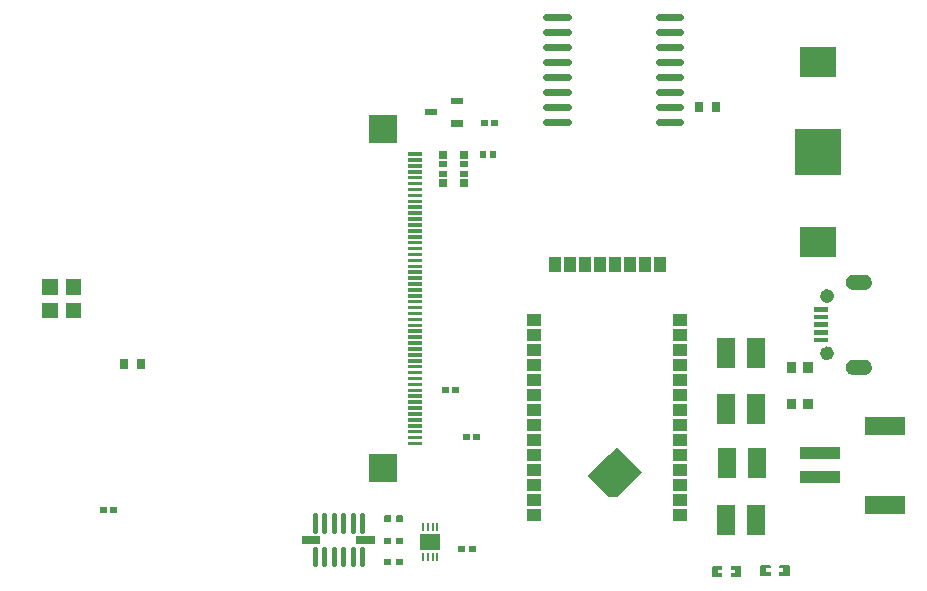
<source format=gtp>
G04 Layer: TopPasteMaskLayer*
G04 EasyEDA v6.4.25, 2021-09-15T07:48:06+01:00*
G04 1eb5522c02d34d8f89c77509865788c0,48bc864c7916494db8d10f71d93e82f1,10*
G04 Gerber Generator version 0.2*
G04 Scale: 100 percent, Rotated: No, Reflected: No *
G04 Dimensions in millimeters *
G04 leading zeros omitted , absolute positions ,4 integer and 5 decimal *
%FSLAX45Y45*%
%MOMM*%

%ADD12C,0.4480*%
%ADD13C,0.5740*%
%ADD16R,3.1699X2.5400*%
%ADD17R,3.9601X3.9601*%
%ADD19R,0.1999X0.7501*%
%ADD28R,3.4999X1.0000*%
%ADD29R,3.4000X1.4999*%
%ADD33R,0.8000X0.9000*%
%ADD35R,0.8000X0.6500*%
%ADD36R,0.8000X0.5000*%
%ADD54C,0.6000*%

%LPD*%
G36*
X2987040Y-4722418D02*
G01*
X2982010Y-4727448D01*
X2982010Y-4772456D01*
X2987040Y-4777435D01*
X3035046Y-4777435D01*
X3042056Y-4772456D01*
X3042056Y-4727448D01*
X3035046Y-4722418D01*
G37*
G36*
X3085033Y-4722418D02*
G01*
X3078022Y-4727448D01*
X3078022Y-4772456D01*
X3085033Y-4777435D01*
X3133039Y-4777435D01*
X3138017Y-4772456D01*
X3138017Y-4727448D01*
X3133039Y-4722418D01*
G37*
G36*
X3607054Y-4612436D02*
G01*
X3602075Y-4617466D01*
X3602075Y-4662474D01*
X3607054Y-4667453D01*
X3655060Y-4667453D01*
X3662070Y-4662474D01*
X3662070Y-4617466D01*
X3655060Y-4612436D01*
G37*
G36*
X3705047Y-4612436D02*
G01*
X3698036Y-4617466D01*
X3698036Y-4662474D01*
X3705047Y-4667453D01*
X3753053Y-4667453D01*
X3758031Y-4662474D01*
X3758031Y-4617466D01*
X3753053Y-4612436D01*
G37*
G36*
X2986989Y-4542485D02*
G01*
X2982010Y-4547514D01*
X2982010Y-4592523D01*
X2986989Y-4597501D01*
X3034995Y-4597501D01*
X3042005Y-4592523D01*
X3042005Y-4547514D01*
X3034995Y-4542485D01*
G37*
G36*
X3084982Y-4542485D02*
G01*
X3078022Y-4547514D01*
X3078022Y-4592523D01*
X3084982Y-4597501D01*
X3132988Y-4597501D01*
X3138017Y-4592523D01*
X3138017Y-4547514D01*
X3132988Y-4542485D01*
G37*
G36*
X3085033Y-4352594D02*
G01*
X3078022Y-4357624D01*
X3078022Y-4402632D01*
X3085033Y-4407611D01*
X3133039Y-4407611D01*
X3138068Y-4402632D01*
X3138068Y-4357624D01*
X3133039Y-4352594D01*
G37*
G36*
X2987040Y-4352594D02*
G01*
X2982061Y-4357624D01*
X2982061Y-4402632D01*
X2987040Y-4407611D01*
X3035046Y-4407611D01*
X3042056Y-4402632D01*
X3042056Y-4357624D01*
X3035046Y-4352594D01*
G37*
G36*
X667512Y-4282998D02*
G01*
X663498Y-4287012D01*
X663498Y-4332986D01*
X667512Y-4336999D01*
X717550Y-4336999D01*
X721563Y-4332986D01*
X721563Y-4287012D01*
X717550Y-4282998D01*
G37*
G36*
X582422Y-4282998D02*
G01*
X578459Y-4287012D01*
X578459Y-4332986D01*
X582422Y-4336999D01*
X632510Y-4336999D01*
X636524Y-4332986D01*
X636524Y-4287012D01*
X632510Y-4282998D01*
G37*
G36*
X6954977Y-3034893D02*
G01*
X6947712Y-3035300D01*
X6940550Y-3036519D01*
X6933539Y-3038551D01*
X6926783Y-3041294D01*
X6920433Y-3044850D01*
X6914489Y-3049066D01*
X6909053Y-3053892D01*
X6904177Y-3059328D01*
X6899960Y-3065272D01*
X6898081Y-3068421D01*
X6894931Y-3075025D01*
X6892544Y-3081883D01*
X6890918Y-3088995D01*
X6890105Y-3096260D01*
X6890105Y-3103524D01*
X6890918Y-3110788D01*
X6892544Y-3117850D01*
X6894931Y-3124758D01*
X6898081Y-3131312D01*
X6901992Y-3137509D01*
X6906514Y-3143199D01*
X6911695Y-3148330D01*
X6917385Y-3152902D01*
X6923531Y-3156762D01*
X6930136Y-3159912D01*
X6936994Y-3162350D01*
X6944106Y-3163976D01*
X6951370Y-3164789D01*
X7044994Y-3164890D01*
X7052259Y-3164484D01*
X7059472Y-3163265D01*
X7066483Y-3161233D01*
X7073188Y-3158439D01*
X7079589Y-3154934D01*
X7085533Y-3150717D01*
X7090968Y-3145840D01*
X7095794Y-3140405D01*
X7098030Y-3137509D01*
X7101890Y-3131312D01*
X7105040Y-3124758D01*
X7106361Y-3121355D01*
X7108342Y-3114344D01*
X7109561Y-3107182D01*
X7109968Y-3099866D01*
X7109561Y-3092602D01*
X7108342Y-3085439D01*
X7106361Y-3078429D01*
X7103567Y-3071672D01*
X7100011Y-3065272D01*
X7095794Y-3059328D01*
X7090968Y-3053892D01*
X7085533Y-3049066D01*
X7079589Y-3044850D01*
X7073188Y-3041294D01*
X7066483Y-3038551D01*
X7059472Y-3036519D01*
X7052259Y-3035300D01*
X7044994Y-3034893D01*
G37*
G36*
X6954977Y-2314905D02*
G01*
X6947712Y-2315311D01*
X6940550Y-2316530D01*
X6933539Y-2318512D01*
X6926783Y-2321306D01*
X6920433Y-2324862D01*
X6914489Y-2329078D01*
X6909053Y-2333904D01*
X6904177Y-2339340D01*
X6899960Y-2345283D01*
X6898081Y-2348433D01*
X6894931Y-2354986D01*
X6892544Y-2361895D01*
X6890918Y-2369007D01*
X6890105Y-2376220D01*
X6890105Y-2383536D01*
X6890918Y-2390749D01*
X6892544Y-2397861D01*
X6894931Y-2404770D01*
X6898081Y-2411323D01*
X6901992Y-2417521D01*
X6906514Y-2423210D01*
X6911695Y-2428341D01*
X6917385Y-2432913D01*
X6923531Y-2436774D01*
X6930136Y-2439924D01*
X6936994Y-2442362D01*
X6944106Y-2443988D01*
X6951370Y-2444800D01*
X7044994Y-2444902D01*
X7052259Y-2444496D01*
X7059472Y-2443276D01*
X7066483Y-2441244D01*
X7073188Y-2438450D01*
X7079589Y-2434945D01*
X7085533Y-2430729D01*
X7090968Y-2425852D01*
X7095794Y-2420416D01*
X7098030Y-2417521D01*
X7101890Y-2411323D01*
X7105040Y-2404770D01*
X7106361Y-2401366D01*
X7108342Y-2394356D01*
X7109561Y-2387142D01*
X7109968Y-2379878D01*
X7109561Y-2372614D01*
X7108342Y-2365400D01*
X7106361Y-2358440D01*
X7103567Y-2351684D01*
X7100011Y-2345283D01*
X7095794Y-2339340D01*
X7090968Y-2333904D01*
X7085533Y-2329078D01*
X7079589Y-2324862D01*
X7073188Y-2321306D01*
X7066483Y-2318512D01*
X7059472Y-2316530D01*
X7052259Y-2315311D01*
X7044994Y-2314905D01*
G37*
G36*
X6617512Y-2849880D02*
G01*
X6617512Y-2889910D01*
X6742480Y-2889910D01*
X6742480Y-2849880D01*
G37*
G36*
X6617512Y-2784856D02*
G01*
X6617512Y-2824886D01*
X6742480Y-2824886D01*
X6742480Y-2784856D01*
G37*
G36*
X6617512Y-2719882D02*
G01*
X6617512Y-2759862D01*
X6742480Y-2759862D01*
X6742480Y-2719882D01*
G37*
G36*
X6617512Y-2654858D02*
G01*
X6617512Y-2694889D01*
X6742480Y-2694889D01*
X6742480Y-2654858D01*
G37*
G36*
X6617512Y-2589885D02*
G01*
X6617512Y-2629865D01*
X6742480Y-2629865D01*
X6742480Y-2589885D01*
G37*
G36*
X5919520Y-4785004D02*
G01*
X5914491Y-4789982D01*
X5914491Y-4812792D01*
X5951524Y-4812792D01*
X5951524Y-4845812D01*
X5914491Y-4845812D01*
X5914491Y-4869992D01*
X5919520Y-4875022D01*
X5999530Y-4875022D01*
X6004509Y-4869992D01*
X6004509Y-4789982D01*
X5999530Y-4785004D01*
G37*
G36*
X5760516Y-4785004D02*
G01*
X5755487Y-4789982D01*
X5755487Y-4869992D01*
X5760516Y-4875022D01*
X5839510Y-4875022D01*
X5844489Y-4869992D01*
X5844489Y-4845812D01*
X5806490Y-4845812D01*
X5806490Y-4812792D01*
X5844489Y-4812792D01*
X5844489Y-4789982D01*
X5839510Y-4785004D01*
G37*
G36*
X6329527Y-4774996D02*
G01*
X6324498Y-4780026D01*
X6324498Y-4802784D01*
X6361480Y-4802784D01*
X6361480Y-4835804D01*
X6324498Y-4835804D01*
X6324498Y-4859985D01*
X6329527Y-4865014D01*
X6409486Y-4865014D01*
X6414516Y-4859985D01*
X6414516Y-4780026D01*
X6409486Y-4774996D01*
G37*
G36*
X6170523Y-4774996D02*
G01*
X6165494Y-4780026D01*
X6165494Y-4859985D01*
X6170523Y-4865014D01*
X6249517Y-4865014D01*
X6254496Y-4859985D01*
X6254496Y-4835804D01*
X6216497Y-4835804D01*
X6216497Y-4802784D01*
X6254496Y-4802784D01*
X6254496Y-4780026D01*
X6249517Y-4774996D01*
G37*
G36*
X3802430Y-1002995D02*
G01*
X3798417Y-1007008D01*
X3798417Y-1052982D01*
X3802430Y-1056995D01*
X3852519Y-1056995D01*
X3856482Y-1052982D01*
X3856482Y-1007008D01*
X3852519Y-1002995D01*
G37*
G36*
X3887520Y-1002995D02*
G01*
X3883507Y-1007008D01*
X3883507Y-1052982D01*
X3887520Y-1056995D01*
X3937558Y-1056995D01*
X3941572Y-1052982D01*
X3941572Y-1007008D01*
X3937558Y-1002995D01*
G37*
G36*
X3792423Y-1272997D02*
G01*
X3788460Y-1277010D01*
X3788460Y-1322984D01*
X3792423Y-1326997D01*
X3842512Y-1326997D01*
X3846525Y-1322984D01*
X3846525Y-1277010D01*
X3842512Y-1272997D01*
G37*
G36*
X3877513Y-1272997D02*
G01*
X3873500Y-1277010D01*
X3873500Y-1322984D01*
X3877513Y-1326997D01*
X3927551Y-1326997D01*
X3931564Y-1322984D01*
X3931564Y-1277010D01*
X3927551Y-1272997D01*
G37*
G36*
X3737508Y-3662984D02*
G01*
X3733495Y-3666998D01*
X3733495Y-3713022D01*
X3737508Y-3716985D01*
X3787546Y-3716985D01*
X3791559Y-3713022D01*
X3791559Y-3666998D01*
X3787546Y-3662984D01*
G37*
G36*
X3652418Y-3662984D02*
G01*
X3648456Y-3666998D01*
X3648456Y-3713022D01*
X3652418Y-3716985D01*
X3702507Y-3716985D01*
X3706520Y-3713022D01*
X3706520Y-3666998D01*
X3702507Y-3662984D01*
G37*
G36*
X3557524Y-3262985D02*
G01*
X3553510Y-3266998D01*
X3553510Y-3313023D01*
X3557524Y-3316986D01*
X3607562Y-3316986D01*
X3611575Y-3313023D01*
X3611575Y-3266998D01*
X3607562Y-3262985D01*
G37*
G36*
X3472434Y-3262985D02*
G01*
X3468420Y-3266998D01*
X3468420Y-3313023D01*
X3472434Y-3316986D01*
X3522522Y-3316986D01*
X3526485Y-3313023D01*
X3526485Y-3266998D01*
X3522522Y-3262985D01*
G37*
D12*
X2392756Y-4635197D02*
G01*
X2392756Y-4767298D01*
X2472766Y-4635197D02*
G01*
X2472766Y-4767298D01*
X2552750Y-4635197D02*
G01*
X2552750Y-4767298D01*
X2632760Y-4635197D02*
G01*
X2632760Y-4767298D01*
X2712745Y-4635197D02*
G01*
X2712745Y-4767298D01*
X2792755Y-4635197D02*
G01*
X2792755Y-4767298D01*
X2792755Y-4353308D02*
G01*
X2792755Y-4485408D01*
X2712745Y-4353308D02*
G01*
X2712745Y-4485408D01*
X2632760Y-4353308D02*
G01*
X2632760Y-4485408D01*
X2552750Y-4353308D02*
G01*
X2552750Y-4485408D01*
X2472766Y-4353308D02*
G01*
X2472766Y-4485408D01*
X2392756Y-4353308D02*
G01*
X2392756Y-4485408D01*
D13*
X5303786Y-1024521D02*
G01*
X5486438Y-1024521D01*
X5303786Y-897521D02*
G01*
X5486438Y-897521D01*
X5303786Y-770521D02*
G01*
X5486438Y-770521D01*
X5303786Y-643521D02*
G01*
X5486438Y-643521D01*
X5303786Y-516521D02*
G01*
X5486438Y-516521D01*
X5303786Y-389521D02*
G01*
X5486438Y-389521D01*
X5303786Y-262521D02*
G01*
X5486438Y-262521D01*
X5303786Y-135521D02*
G01*
X5486438Y-135521D01*
X4353725Y-1024521D02*
G01*
X4536376Y-1024521D01*
X4353725Y-897521D02*
G01*
X4536376Y-897521D01*
X4353725Y-770521D02*
G01*
X4536376Y-770521D01*
X4353725Y-643521D02*
G01*
X4536376Y-643521D01*
X4353725Y-516521D02*
G01*
X4536376Y-516521D01*
X4353725Y-389521D02*
G01*
X4536376Y-389521D01*
X4353725Y-262521D02*
G01*
X4536376Y-262521D01*
X4353725Y-135521D02*
G01*
X4536376Y-135521D01*
D16*
G01*
X6649999Y-2041994D03*
G01*
X6649999Y-517994D03*
D17*
G01*
X6649999Y-1279994D03*
D19*
G01*
X3429990Y-4455020D03*
G01*
X3389985Y-4455020D03*
G01*
X3350005Y-4455020D03*
G01*
X3310001Y-4455020D03*
G01*
X3310001Y-4705007D03*
G01*
X3350005Y-4705007D03*
G01*
X3389985Y-4705007D03*
G01*
X3429990Y-4705007D03*
G36*
X3284999Y-4512503D02*
G01*
X3455001Y-4512503D01*
X3455001Y-4647504D01*
X3284999Y-4647504D01*
G37*
G36*
X2899750Y-4595299D02*
G01*
X2899750Y-4525297D01*
X2745249Y-4525297D01*
X2745249Y-4595299D01*
G37*
G36*
X2440251Y-4595299D02*
G01*
X2440251Y-4525297D01*
X2285751Y-4525297D01*
X2285751Y-4595299D01*
G37*
G36*
X4881473Y-3837543D02*
G01*
X5061079Y-4017149D01*
X4881473Y-4196755D01*
X4701867Y-4017149D01*
G37*
G36*
X4310126Y-2647607D02*
G01*
X4310126Y-2747606D01*
X4190136Y-2747606D01*
X4190136Y-2647607D01*
G37*
G36*
X4310126Y-2774607D02*
G01*
X4310126Y-2874606D01*
X4190136Y-2874606D01*
X4190136Y-2774607D01*
G37*
G36*
X4310126Y-2901607D02*
G01*
X4310126Y-3001606D01*
X4190136Y-3001606D01*
X4190136Y-2901607D01*
G37*
G36*
X4310126Y-3028607D02*
G01*
X4310126Y-3128606D01*
X4190136Y-3128606D01*
X4190136Y-3028607D01*
G37*
G36*
X4310126Y-3155607D02*
G01*
X4310126Y-3255606D01*
X4190136Y-3255606D01*
X4190136Y-3155607D01*
G37*
G36*
X4310126Y-3282607D02*
G01*
X4310126Y-3382606D01*
X4190136Y-3382606D01*
X4190136Y-3282607D01*
G37*
G36*
X4310126Y-3409607D02*
G01*
X4310126Y-3509606D01*
X4190136Y-3509606D01*
X4190136Y-3409607D01*
G37*
G36*
X4310126Y-3536607D02*
G01*
X4310126Y-3636606D01*
X4190136Y-3636606D01*
X4190136Y-3536607D01*
G37*
G36*
X4310126Y-3663607D02*
G01*
X4310126Y-3763606D01*
X4190136Y-3763606D01*
X4190136Y-3663607D01*
G37*
G36*
X4310126Y-3790607D02*
G01*
X4310126Y-3890606D01*
X4190136Y-3890606D01*
X4190136Y-3790607D01*
G37*
G36*
X4310126Y-3917607D02*
G01*
X4310126Y-4017606D01*
X4190136Y-4017606D01*
X4190136Y-3917607D01*
G37*
G36*
X4310126Y-4044607D02*
G01*
X4310126Y-4144606D01*
X4190136Y-4144606D01*
X4190136Y-4044607D01*
G37*
G36*
X4310126Y-4171607D02*
G01*
X4310126Y-4271606D01*
X4190136Y-4271606D01*
X4190136Y-4171607D01*
G37*
G36*
X4310126Y-4298607D02*
G01*
X4310126Y-4398606D01*
X4190136Y-4398606D01*
X4190136Y-4298607D01*
G37*
G36*
X5544108Y-2646489D02*
G01*
X5544108Y-2746489D01*
X5424119Y-2746489D01*
X5424119Y-2646489D01*
G37*
G36*
X5544108Y-2773489D02*
G01*
X5544108Y-2873489D01*
X5424119Y-2873489D01*
X5424119Y-2773489D01*
G37*
G36*
X5544108Y-2900489D02*
G01*
X5544108Y-3000489D01*
X5424119Y-3000489D01*
X5424119Y-2900489D01*
G37*
G36*
X5544108Y-3027489D02*
G01*
X5544108Y-3127489D01*
X5424119Y-3127489D01*
X5424119Y-3027489D01*
G37*
G36*
X5544108Y-3154489D02*
G01*
X5544108Y-3254489D01*
X5424119Y-3254489D01*
X5424119Y-3154489D01*
G37*
G36*
X5544108Y-3281489D02*
G01*
X5544108Y-3381489D01*
X5424119Y-3381489D01*
X5424119Y-3281489D01*
G37*
G36*
X5544108Y-3408489D02*
G01*
X5544108Y-3508489D01*
X5424119Y-3508489D01*
X5424119Y-3408489D01*
G37*
G36*
X5544108Y-3535489D02*
G01*
X5544108Y-3635489D01*
X5424119Y-3635489D01*
X5424119Y-3535489D01*
G37*
G36*
X5544108Y-3662489D02*
G01*
X5544108Y-3762489D01*
X5424119Y-3762489D01*
X5424119Y-3662489D01*
G37*
G36*
X5544108Y-3789489D02*
G01*
X5544108Y-3889489D01*
X5424119Y-3889489D01*
X5424119Y-3789489D01*
G37*
G36*
X5544108Y-3916489D02*
G01*
X5544108Y-4016489D01*
X5424119Y-4016489D01*
X5424119Y-3916489D01*
G37*
G36*
X5544108Y-4043489D02*
G01*
X5544108Y-4143489D01*
X5424119Y-4143489D01*
X5424119Y-4043489D01*
G37*
G36*
X5544108Y-4170489D02*
G01*
X5544108Y-4270489D01*
X5424119Y-4270489D01*
X5424119Y-4170489D01*
G37*
G36*
X5544108Y-4297489D02*
G01*
X5544108Y-4397489D01*
X5424119Y-4397489D01*
X5424119Y-4297489D01*
G37*
G36*
X5362625Y-2290102D02*
G01*
X5262626Y-2290102D01*
X5262626Y-2170112D01*
X5362625Y-2170112D01*
G37*
G36*
X5235625Y-2290102D02*
G01*
X5135626Y-2290102D01*
X5135626Y-2170112D01*
X5235625Y-2170112D01*
G37*
G36*
X5108625Y-2290102D02*
G01*
X5008626Y-2290102D01*
X5008626Y-2170112D01*
X5108625Y-2170112D01*
G37*
G36*
X4981625Y-2290102D02*
G01*
X4881626Y-2290102D01*
X4881626Y-2170087D01*
X4981625Y-2170087D01*
G37*
G36*
X4854625Y-2290102D02*
G01*
X4754626Y-2290102D01*
X4754626Y-2170087D01*
X4854625Y-2170087D01*
G37*
G36*
X4727625Y-2290102D02*
G01*
X4627626Y-2290102D01*
X4627626Y-2170112D01*
X4727625Y-2170112D01*
G37*
G36*
X4600625Y-2290102D02*
G01*
X4500626Y-2290102D01*
X4500626Y-2170112D01*
X4600625Y-2170112D01*
G37*
G36*
X4473625Y-2290102D02*
G01*
X4373626Y-2290102D01*
X4373626Y-2170112D01*
X4473625Y-2170112D01*
G37*
G36*
X4948275Y-3772253D02*
G01*
X5160406Y-3984383D01*
X4948275Y-4196514D01*
X4736144Y-3984383D01*
G37*
G36*
X4948275Y-4130687D02*
G01*
X4948275Y-4196727D01*
X4881219Y-4196727D01*
X4881219Y-4130687D01*
G37*
G36*
X5796889Y-2853067D02*
G01*
X5949289Y-2853067D01*
X5949289Y-3107067D01*
X5796889Y-3107067D01*
G37*
G36*
X6050889Y-2853067D02*
G01*
X6203289Y-2853067D01*
X6203289Y-3107067D01*
X6050889Y-3107067D01*
G37*
G36*
X5796889Y-3322967D02*
G01*
X5949289Y-3322967D01*
X5949289Y-3576967D01*
X5796889Y-3576967D01*
G37*
G36*
X6050889Y-3322967D02*
G01*
X6203289Y-3322967D01*
X6203289Y-3576967D01*
X6050889Y-3576967D01*
G37*
G36*
X5807049Y-3782961D02*
G01*
X5959449Y-3782961D01*
X5959449Y-4036961D01*
X5807049Y-4036961D01*
G37*
G36*
X6061049Y-3782961D02*
G01*
X6213449Y-3782961D01*
X6213449Y-4036961D01*
X6061049Y-4036961D01*
G37*
G36*
X5796889Y-4263021D02*
G01*
X5949289Y-4263021D01*
X5949289Y-4517021D01*
X5796889Y-4517021D01*
G37*
G36*
X6050889Y-4263021D02*
G01*
X6203289Y-4263021D01*
X6203289Y-4517021D01*
X6050889Y-4517021D01*
G37*
G36*
X3180003Y-1280083D02*
G01*
X3299993Y-1280083D01*
X3299993Y-1310081D01*
X3180003Y-1310081D01*
G37*
G36*
X3180003Y-1330070D02*
G01*
X3299993Y-1330070D01*
X3299993Y-1360068D01*
X3180003Y-1360068D01*
G37*
G36*
X3180003Y-1380083D02*
G01*
X3299993Y-1380083D01*
X3299993Y-1410080D01*
X3180003Y-1410080D01*
G37*
G36*
X3180003Y-1430070D02*
G01*
X3299993Y-1430070D01*
X3299993Y-1460068D01*
X3180003Y-1460068D01*
G37*
G36*
X3180003Y-1480083D02*
G01*
X3299993Y-1480083D01*
X3299993Y-1510080D01*
X3180003Y-1510080D01*
G37*
G36*
X3180003Y-1530070D02*
G01*
X3299993Y-1530070D01*
X3299993Y-1560067D01*
X3180003Y-1560067D01*
G37*
G36*
X3180003Y-1580083D02*
G01*
X3299993Y-1580083D01*
X3299993Y-1610080D01*
X3180003Y-1610080D01*
G37*
G36*
X3180003Y-1630070D02*
G01*
X3299993Y-1630070D01*
X3299993Y-1660067D01*
X3180003Y-1660067D01*
G37*
G36*
X3180003Y-1680082D02*
G01*
X3299993Y-1680082D01*
X3299993Y-1710080D01*
X3180003Y-1710080D01*
G37*
G36*
X3180003Y-1730070D02*
G01*
X3299993Y-1730070D01*
X3299993Y-1760067D01*
X3180003Y-1760067D01*
G37*
G36*
X3180003Y-1780082D02*
G01*
X3299993Y-1780082D01*
X3299993Y-1810080D01*
X3180003Y-1810080D01*
G37*
G36*
X3180003Y-1830069D02*
G01*
X3299993Y-1830069D01*
X3299993Y-1860067D01*
X3180003Y-1860067D01*
G37*
G36*
X3180003Y-1880082D02*
G01*
X3299993Y-1880082D01*
X3299993Y-1910079D01*
X3180003Y-1910079D01*
G37*
G36*
X3180003Y-1930069D02*
G01*
X3299993Y-1930069D01*
X3299993Y-1960067D01*
X3180003Y-1960067D01*
G37*
G36*
X3180003Y-1980082D02*
G01*
X3299993Y-1980082D01*
X3299993Y-2010079D01*
X3180003Y-2010079D01*
G37*
G36*
X3180003Y-2030069D02*
G01*
X3299993Y-2030069D01*
X3299993Y-2060067D01*
X3180003Y-2060067D01*
G37*
G36*
X3180003Y-2080082D02*
G01*
X3299993Y-2080082D01*
X3299993Y-2110079D01*
X3180003Y-2110079D01*
G37*
G36*
X3180003Y-2130069D02*
G01*
X3299993Y-2130069D01*
X3299993Y-2160066D01*
X3180003Y-2160066D01*
G37*
G36*
X3180003Y-2180081D02*
G01*
X3299993Y-2180081D01*
X3299993Y-2210079D01*
X3180003Y-2210079D01*
G37*
G36*
X3180003Y-2230069D02*
G01*
X3299993Y-2230069D01*
X3299993Y-2260066D01*
X3180003Y-2260066D01*
G37*
G36*
X3180003Y-2280081D02*
G01*
X3299993Y-2280081D01*
X3299993Y-2310079D01*
X3180003Y-2310079D01*
G37*
G36*
X3180003Y-2330069D02*
G01*
X3299993Y-2330069D01*
X3299993Y-2360066D01*
X3180003Y-2360066D01*
G37*
G36*
X3180003Y-2380081D02*
G01*
X3299993Y-2380081D01*
X3299993Y-2410078D01*
X3180003Y-2410078D01*
G37*
G36*
X3180003Y-2430068D02*
G01*
X3299993Y-2430068D01*
X3299993Y-2460066D01*
X3180003Y-2460066D01*
G37*
G36*
X3180003Y-2480081D02*
G01*
X3299993Y-2480081D01*
X3299993Y-2510078D01*
X3180003Y-2510078D01*
G37*
G36*
X3180003Y-2530068D02*
G01*
X3299993Y-2530068D01*
X3299993Y-2560065D01*
X3180003Y-2560065D01*
G37*
G36*
X3180003Y-2580081D02*
G01*
X3299993Y-2580081D01*
X3299993Y-2610078D01*
X3180003Y-2610078D01*
G37*
G36*
X3180003Y-2630068D02*
G01*
X3299993Y-2630068D01*
X3299993Y-2660065D01*
X3180003Y-2660065D01*
G37*
G36*
X3180003Y-2680080D02*
G01*
X3299993Y-2680080D01*
X3299993Y-2710078D01*
X3180003Y-2710078D01*
G37*
G36*
X3180003Y-2730068D02*
G01*
X3299993Y-2730068D01*
X3299993Y-2760065D01*
X3180003Y-2760065D01*
G37*
G36*
X3180003Y-2780080D02*
G01*
X3299993Y-2780080D01*
X3299993Y-2810078D01*
X3180003Y-2810078D01*
G37*
G36*
X3180003Y-2830067D02*
G01*
X3299993Y-2830067D01*
X3299993Y-2860065D01*
X3180003Y-2860065D01*
G37*
G36*
X3180003Y-2880080D02*
G01*
X3299993Y-2880080D01*
X3299993Y-2910077D01*
X3180003Y-2910077D01*
G37*
G36*
X3180003Y-2930067D02*
G01*
X3299993Y-2930067D01*
X3299993Y-2960065D01*
X3180003Y-2960065D01*
G37*
G36*
X3180003Y-2980080D02*
G01*
X3299993Y-2980080D01*
X3299993Y-3010077D01*
X3180003Y-3010077D01*
G37*
G36*
X3180003Y-3030067D02*
G01*
X3299993Y-3030067D01*
X3299993Y-3060064D01*
X3180003Y-3060064D01*
G37*
G36*
X3180003Y-3080080D02*
G01*
X3299993Y-3080080D01*
X3299993Y-3110077D01*
X3180003Y-3110077D01*
G37*
G36*
X3180003Y-3130067D02*
G01*
X3299993Y-3130067D01*
X3299993Y-3160064D01*
X3180003Y-3160064D01*
G37*
G36*
X3180003Y-3180079D02*
G01*
X3299993Y-3180079D01*
X3299993Y-3210077D01*
X3180003Y-3210077D01*
G37*
G36*
X3180003Y-3230067D02*
G01*
X3299993Y-3230067D01*
X3299993Y-3260064D01*
X3180003Y-3260064D01*
G37*
G36*
X3180003Y-3280079D02*
G01*
X3299993Y-3280079D01*
X3299993Y-3310077D01*
X3180003Y-3310077D01*
G37*
G36*
X3180003Y-3330067D02*
G01*
X3299993Y-3330067D01*
X3299993Y-3360064D01*
X3180003Y-3360064D01*
G37*
G36*
X3180003Y-3380079D02*
G01*
X3299993Y-3380079D01*
X3299993Y-3410077D01*
X3180003Y-3410077D01*
G37*
G36*
X3180003Y-3430066D02*
G01*
X3299993Y-3430066D01*
X3299993Y-3460064D01*
X3180003Y-3460064D01*
G37*
G36*
X3180003Y-3480079D02*
G01*
X3299993Y-3480079D01*
X3299993Y-3510076D01*
X3180003Y-3510076D01*
G37*
G36*
X3180003Y-3530066D02*
G01*
X3299993Y-3530066D01*
X3299993Y-3560063D01*
X3180003Y-3560063D01*
G37*
G36*
X3180003Y-3580079D02*
G01*
X3299993Y-3580079D01*
X3299993Y-3610076D01*
X3180003Y-3610076D01*
G37*
G36*
X3180003Y-3630066D02*
G01*
X3299993Y-3630066D01*
X3299993Y-3660063D01*
X3180003Y-3660063D01*
G37*
G36*
X3180003Y-3680078D02*
G01*
X3299993Y-3680078D01*
X3299993Y-3710076D01*
X3180003Y-3710076D01*
G37*
G36*
X3180003Y-3730066D02*
G01*
X3299993Y-3730066D01*
X3299993Y-3760063D01*
X3180003Y-3760063D01*
G37*
G36*
X2849994Y-965072D02*
G01*
X3089998Y-965072D01*
X3089998Y-1205077D01*
X2849994Y-1205077D01*
G37*
G36*
X2849994Y-3835069D02*
G01*
X3089998Y-3835069D01*
X3089998Y-4075074D01*
X2849994Y-4075074D01*
G37*
D28*
G01*
X6670065Y-4030027D03*
G01*
X6670065Y-3830027D03*
D29*
G01*
X7225080Y-4265028D03*
G01*
X7225080Y-3595027D03*
G36*
X85039Y-2355075D02*
G01*
X215036Y-2355075D01*
X215036Y-2485072D01*
X85039Y-2485072D01*
G37*
G36*
X85039Y-2555074D02*
G01*
X215036Y-2555074D01*
X215036Y-2685072D01*
X85039Y-2685072D01*
G37*
G36*
X285038Y-2555074D02*
G01*
X415036Y-2555074D01*
X415036Y-2685072D01*
X285038Y-2685072D01*
G37*
G36*
X285038Y-2355075D02*
G01*
X415036Y-2355075D01*
X415036Y-2485072D01*
X285038Y-2485072D01*
G37*
D33*
G01*
X780008Y-3070009D03*
G01*
X919988Y-3070009D03*
G01*
X5650001Y-900010D03*
G01*
X5790006Y-900010D03*
G36*
X3652001Y-1061600D02*
G01*
X3652001Y-1008400D01*
X3548250Y-1008400D01*
X3548250Y-1061600D01*
G37*
G36*
X3652001Y-871600D02*
G01*
X3652001Y-818400D01*
X3548250Y-818400D01*
X3548250Y-871600D01*
G37*
G36*
X3431750Y-966599D02*
G01*
X3431750Y-913401D01*
X3327999Y-913401D01*
X3327999Y-966599D01*
G37*
D35*
G01*
X3659987Y-1539989D03*
G01*
X3480003Y-1539989D03*
D36*
G01*
X3659987Y-1460004D03*
G01*
X3480003Y-1460004D03*
G01*
X3659987Y-1379994D03*
G01*
X3480003Y-1379994D03*
D35*
G01*
X3659987Y-1300010D03*
G01*
X3480003Y-1300010D03*
G36*
X6530004Y-3364999D02*
G01*
X6610004Y-3364999D01*
X6610004Y-3455001D01*
X6530004Y-3455001D01*
G37*
G36*
X6390005Y-3364999D02*
G01*
X6470004Y-3364999D01*
X6470004Y-3455001D01*
X6390005Y-3455001D01*
G37*
G36*
X6530004Y-3055000D02*
G01*
X6610004Y-3055000D01*
X6610004Y-3145002D01*
X6530004Y-3145002D01*
G37*
G36*
X6390005Y-3055000D02*
G01*
X6470004Y-3055000D01*
X6470004Y-3145002D01*
X6390005Y-3145002D01*
G37*
D54*
G75*
G01
X6759981Y-2497391D02*
G03X6759981Y-2497391I-29997J0D01*
G75*
G01
X6759981Y-2982379D02*
G03X6759981Y-2982379I-29997J0D01*
M02*

</source>
